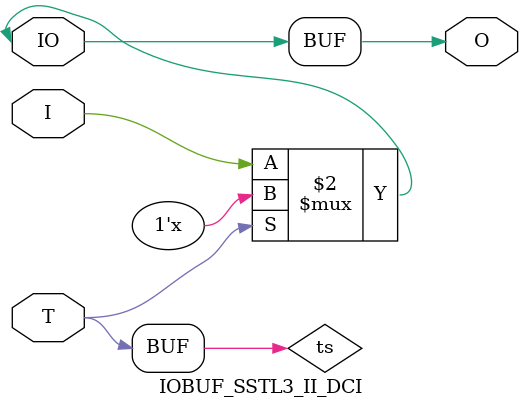
<source format=v>

/*

FUNCTION	: INPUT TRI-STATE OUTPUT BUFFER

*/

`celldefine
`timescale  100 ps / 10 ps

module IOBUF_SSTL3_II_DCI (O, IO, I, T);

    output O;

    inout  IO;

    input  I, T;

    or O1 (ts, 1'b0, T);
    bufif0 T1 (IO, I, ts);

    buf B1 (O, IO);

endmodule

</source>
